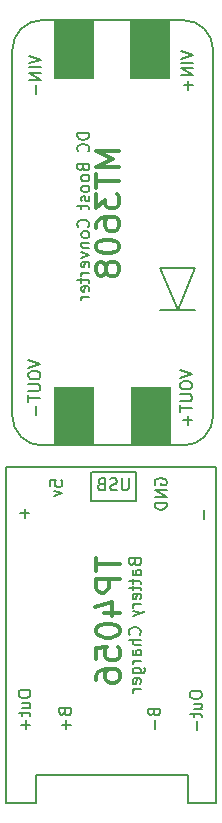
<source format=gbr>
%TF.GenerationSoftware,KiCad,Pcbnew,(7.99.0-200-gad838e3d73)*%
%TF.CreationDate,2024-03-07T11:34:08+07:00*%
%TF.ProjectId,WMS_PCB1,574d535f-5043-4423-912e-6b696361645f,rev?*%
%TF.SameCoordinates,Original*%
%TF.FileFunction,Legend,Bot*%
%TF.FilePolarity,Positive*%
%FSLAX46Y46*%
G04 Gerber Fmt 4.6, Leading zero omitted, Abs format (unit mm)*
G04 Created by KiCad (PCBNEW (7.99.0-200-gad838e3d73)) date 2024-03-07 11:34:08*
%MOMM*%
%LPD*%
G01*
G04 APERTURE LIST*
%ADD10C,0.150000*%
%ADD11C,0.300000*%
%ADD12R,3.500000X5.000000*%
G04 APERTURE END LIST*
D10*
%TO.C,U2*%
X61378180Y-85883037D02*
X60378180Y-85883037D01*
X60378180Y-85883037D02*
X60378180Y-86121132D01*
X60378180Y-86121132D02*
X60425800Y-86263989D01*
X60425800Y-86263989D02*
X60521038Y-86359227D01*
X60521038Y-86359227D02*
X60616276Y-86406846D01*
X60616276Y-86406846D02*
X60806752Y-86454465D01*
X60806752Y-86454465D02*
X60949609Y-86454465D01*
X60949609Y-86454465D02*
X61140085Y-86406846D01*
X61140085Y-86406846D02*
X61235323Y-86359227D01*
X61235323Y-86359227D02*
X61330561Y-86263989D01*
X61330561Y-86263989D02*
X61378180Y-86121132D01*
X61378180Y-86121132D02*
X61378180Y-85883037D01*
X61282942Y-87454465D02*
X61330561Y-87406846D01*
X61330561Y-87406846D02*
X61378180Y-87263989D01*
X61378180Y-87263989D02*
X61378180Y-87168751D01*
X61378180Y-87168751D02*
X61330561Y-87025894D01*
X61330561Y-87025894D02*
X61235323Y-86930656D01*
X61235323Y-86930656D02*
X61140085Y-86883037D01*
X61140085Y-86883037D02*
X60949609Y-86835418D01*
X60949609Y-86835418D02*
X60806752Y-86835418D01*
X60806752Y-86835418D02*
X60616276Y-86883037D01*
X60616276Y-86883037D02*
X60521038Y-86930656D01*
X60521038Y-86930656D02*
X60425800Y-87025894D01*
X60425800Y-87025894D02*
X60378180Y-87168751D01*
X60378180Y-87168751D02*
X60378180Y-87263989D01*
X60378180Y-87263989D02*
X60425800Y-87406846D01*
X60425800Y-87406846D02*
X60473419Y-87454465D01*
X60854371Y-88816370D02*
X60901990Y-88959227D01*
X60901990Y-88959227D02*
X60949609Y-89006846D01*
X60949609Y-89006846D02*
X61044847Y-89054465D01*
X61044847Y-89054465D02*
X61187704Y-89054465D01*
X61187704Y-89054465D02*
X61282942Y-89006846D01*
X61282942Y-89006846D02*
X61330561Y-88959227D01*
X61330561Y-88959227D02*
X61378180Y-88863989D01*
X61378180Y-88863989D02*
X61378180Y-88483037D01*
X61378180Y-88483037D02*
X60378180Y-88483037D01*
X60378180Y-88483037D02*
X60378180Y-88816370D01*
X60378180Y-88816370D02*
X60425800Y-88911608D01*
X60425800Y-88911608D02*
X60473419Y-88959227D01*
X60473419Y-88959227D02*
X60568657Y-89006846D01*
X60568657Y-89006846D02*
X60663895Y-89006846D01*
X60663895Y-89006846D02*
X60759133Y-88959227D01*
X60759133Y-88959227D02*
X60806752Y-88911608D01*
X60806752Y-88911608D02*
X60854371Y-88816370D01*
X60854371Y-88816370D02*
X60854371Y-88483037D01*
X61378180Y-89625894D02*
X61330561Y-89530656D01*
X61330561Y-89530656D02*
X61282942Y-89483037D01*
X61282942Y-89483037D02*
X61187704Y-89435418D01*
X61187704Y-89435418D02*
X60901990Y-89435418D01*
X60901990Y-89435418D02*
X60806752Y-89483037D01*
X60806752Y-89483037D02*
X60759133Y-89530656D01*
X60759133Y-89530656D02*
X60711514Y-89625894D01*
X60711514Y-89625894D02*
X60711514Y-89768751D01*
X60711514Y-89768751D02*
X60759133Y-89863989D01*
X60759133Y-89863989D02*
X60806752Y-89911608D01*
X60806752Y-89911608D02*
X60901990Y-89959227D01*
X60901990Y-89959227D02*
X61187704Y-89959227D01*
X61187704Y-89959227D02*
X61282942Y-89911608D01*
X61282942Y-89911608D02*
X61330561Y-89863989D01*
X61330561Y-89863989D02*
X61378180Y-89768751D01*
X61378180Y-89768751D02*
X61378180Y-89625894D01*
X61378180Y-90530656D02*
X61330561Y-90435418D01*
X61330561Y-90435418D02*
X61282942Y-90387799D01*
X61282942Y-90387799D02*
X61187704Y-90340180D01*
X61187704Y-90340180D02*
X60901990Y-90340180D01*
X60901990Y-90340180D02*
X60806752Y-90387799D01*
X60806752Y-90387799D02*
X60759133Y-90435418D01*
X60759133Y-90435418D02*
X60711514Y-90530656D01*
X60711514Y-90530656D02*
X60711514Y-90673513D01*
X60711514Y-90673513D02*
X60759133Y-90768751D01*
X60759133Y-90768751D02*
X60806752Y-90816370D01*
X60806752Y-90816370D02*
X60901990Y-90863989D01*
X60901990Y-90863989D02*
X61187704Y-90863989D01*
X61187704Y-90863989D02*
X61282942Y-90816370D01*
X61282942Y-90816370D02*
X61330561Y-90768751D01*
X61330561Y-90768751D02*
X61378180Y-90673513D01*
X61378180Y-90673513D02*
X61378180Y-90530656D01*
X61330561Y-91244942D02*
X61378180Y-91340180D01*
X61378180Y-91340180D02*
X61378180Y-91530656D01*
X61378180Y-91530656D02*
X61330561Y-91625894D01*
X61330561Y-91625894D02*
X61235323Y-91673513D01*
X61235323Y-91673513D02*
X61187704Y-91673513D01*
X61187704Y-91673513D02*
X61092466Y-91625894D01*
X61092466Y-91625894D02*
X61044847Y-91530656D01*
X61044847Y-91530656D02*
X61044847Y-91387799D01*
X61044847Y-91387799D02*
X60997228Y-91292561D01*
X60997228Y-91292561D02*
X60901990Y-91244942D01*
X60901990Y-91244942D02*
X60854371Y-91244942D01*
X60854371Y-91244942D02*
X60759133Y-91292561D01*
X60759133Y-91292561D02*
X60711514Y-91387799D01*
X60711514Y-91387799D02*
X60711514Y-91530656D01*
X60711514Y-91530656D02*
X60759133Y-91625894D01*
X60711514Y-91959228D02*
X60711514Y-92340180D01*
X60378180Y-92102085D02*
X61235323Y-92102085D01*
X61235323Y-92102085D02*
X61330561Y-92149704D01*
X61330561Y-92149704D02*
X61378180Y-92244942D01*
X61378180Y-92244942D02*
X61378180Y-92340180D01*
X61282942Y-93844942D02*
X61330561Y-93797323D01*
X61330561Y-93797323D02*
X61378180Y-93654466D01*
X61378180Y-93654466D02*
X61378180Y-93559228D01*
X61378180Y-93559228D02*
X61330561Y-93416371D01*
X61330561Y-93416371D02*
X61235323Y-93321133D01*
X61235323Y-93321133D02*
X61140085Y-93273514D01*
X61140085Y-93273514D02*
X60949609Y-93225895D01*
X60949609Y-93225895D02*
X60806752Y-93225895D01*
X60806752Y-93225895D02*
X60616276Y-93273514D01*
X60616276Y-93273514D02*
X60521038Y-93321133D01*
X60521038Y-93321133D02*
X60425800Y-93416371D01*
X60425800Y-93416371D02*
X60378180Y-93559228D01*
X60378180Y-93559228D02*
X60378180Y-93654466D01*
X60378180Y-93654466D02*
X60425800Y-93797323D01*
X60425800Y-93797323D02*
X60473419Y-93844942D01*
X61378180Y-94416371D02*
X61330561Y-94321133D01*
X61330561Y-94321133D02*
X61282942Y-94273514D01*
X61282942Y-94273514D02*
X61187704Y-94225895D01*
X61187704Y-94225895D02*
X60901990Y-94225895D01*
X60901990Y-94225895D02*
X60806752Y-94273514D01*
X60806752Y-94273514D02*
X60759133Y-94321133D01*
X60759133Y-94321133D02*
X60711514Y-94416371D01*
X60711514Y-94416371D02*
X60711514Y-94559228D01*
X60711514Y-94559228D02*
X60759133Y-94654466D01*
X60759133Y-94654466D02*
X60806752Y-94702085D01*
X60806752Y-94702085D02*
X60901990Y-94749704D01*
X60901990Y-94749704D02*
X61187704Y-94749704D01*
X61187704Y-94749704D02*
X61282942Y-94702085D01*
X61282942Y-94702085D02*
X61330561Y-94654466D01*
X61330561Y-94654466D02*
X61378180Y-94559228D01*
X61378180Y-94559228D02*
X61378180Y-94416371D01*
X60711514Y-95178276D02*
X61378180Y-95178276D01*
X60806752Y-95178276D02*
X60759133Y-95225895D01*
X60759133Y-95225895D02*
X60711514Y-95321133D01*
X60711514Y-95321133D02*
X60711514Y-95463990D01*
X60711514Y-95463990D02*
X60759133Y-95559228D01*
X60759133Y-95559228D02*
X60854371Y-95606847D01*
X60854371Y-95606847D02*
X61378180Y-95606847D01*
X60711514Y-95987800D02*
X61378180Y-96225895D01*
X61378180Y-96225895D02*
X60711514Y-96463990D01*
X61330561Y-97225895D02*
X61378180Y-97130657D01*
X61378180Y-97130657D02*
X61378180Y-96940181D01*
X61378180Y-96940181D02*
X61330561Y-96844943D01*
X61330561Y-96844943D02*
X61235323Y-96797324D01*
X61235323Y-96797324D02*
X60854371Y-96797324D01*
X60854371Y-96797324D02*
X60759133Y-96844943D01*
X60759133Y-96844943D02*
X60711514Y-96940181D01*
X60711514Y-96940181D02*
X60711514Y-97130657D01*
X60711514Y-97130657D02*
X60759133Y-97225895D01*
X60759133Y-97225895D02*
X60854371Y-97273514D01*
X60854371Y-97273514D02*
X60949609Y-97273514D01*
X60949609Y-97273514D02*
X61044847Y-96797324D01*
X61378180Y-97702086D02*
X60711514Y-97702086D01*
X60901990Y-97702086D02*
X60806752Y-97749705D01*
X60806752Y-97749705D02*
X60759133Y-97797324D01*
X60759133Y-97797324D02*
X60711514Y-97892562D01*
X60711514Y-97892562D02*
X60711514Y-97987800D01*
X60711514Y-98178277D02*
X60711514Y-98559229D01*
X60378180Y-98321134D02*
X61235323Y-98321134D01*
X61235323Y-98321134D02*
X61330561Y-98368753D01*
X61330561Y-98368753D02*
X61378180Y-98463991D01*
X61378180Y-98463991D02*
X61378180Y-98559229D01*
X61330561Y-99273515D02*
X61378180Y-99178277D01*
X61378180Y-99178277D02*
X61378180Y-98987801D01*
X61378180Y-98987801D02*
X61330561Y-98892563D01*
X61330561Y-98892563D02*
X61235323Y-98844944D01*
X61235323Y-98844944D02*
X60854371Y-98844944D01*
X60854371Y-98844944D02*
X60759133Y-98892563D01*
X60759133Y-98892563D02*
X60711514Y-98987801D01*
X60711514Y-98987801D02*
X60711514Y-99178277D01*
X60711514Y-99178277D02*
X60759133Y-99273515D01*
X60759133Y-99273515D02*
X60854371Y-99321134D01*
X60854371Y-99321134D02*
X60949609Y-99321134D01*
X60949609Y-99321134D02*
X61044847Y-98844944D01*
X61378180Y-99749706D02*
X60711514Y-99749706D01*
X60901990Y-99749706D02*
X60806752Y-99797325D01*
X60806752Y-99797325D02*
X60759133Y-99844944D01*
X60759133Y-99844944D02*
X60711514Y-99940182D01*
X60711514Y-99940182D02*
X60711514Y-100035420D01*
X56240380Y-105111848D02*
X57240380Y-105445181D01*
X57240380Y-105445181D02*
X56240380Y-105778514D01*
X56240380Y-106302324D02*
X56240380Y-106492800D01*
X56240380Y-106492800D02*
X56288000Y-106588038D01*
X56288000Y-106588038D02*
X56383238Y-106683276D01*
X56383238Y-106683276D02*
X56573714Y-106730895D01*
X56573714Y-106730895D02*
X56907047Y-106730895D01*
X56907047Y-106730895D02*
X57097523Y-106683276D01*
X57097523Y-106683276D02*
X57192761Y-106588038D01*
X57192761Y-106588038D02*
X57240380Y-106492800D01*
X57240380Y-106492800D02*
X57240380Y-106302324D01*
X57240380Y-106302324D02*
X57192761Y-106207086D01*
X57192761Y-106207086D02*
X57097523Y-106111848D01*
X57097523Y-106111848D02*
X56907047Y-106064229D01*
X56907047Y-106064229D02*
X56573714Y-106064229D01*
X56573714Y-106064229D02*
X56383238Y-106111848D01*
X56383238Y-106111848D02*
X56288000Y-106207086D01*
X56288000Y-106207086D02*
X56240380Y-106302324D01*
X56240380Y-107159467D02*
X57049904Y-107159467D01*
X57049904Y-107159467D02*
X57145142Y-107207086D01*
X57145142Y-107207086D02*
X57192761Y-107254705D01*
X57192761Y-107254705D02*
X57240380Y-107349943D01*
X57240380Y-107349943D02*
X57240380Y-107540419D01*
X57240380Y-107540419D02*
X57192761Y-107635657D01*
X57192761Y-107635657D02*
X57145142Y-107683276D01*
X57145142Y-107683276D02*
X57049904Y-107730895D01*
X57049904Y-107730895D02*
X56240380Y-107730895D01*
X56240380Y-108064229D02*
X56240380Y-108635657D01*
X57240380Y-108349943D02*
X56240380Y-108349943D01*
X56859428Y-108968991D02*
X56859428Y-109730896D01*
X69090380Y-105975448D02*
X70090380Y-106308781D01*
X70090380Y-106308781D02*
X69090380Y-106642114D01*
X69090380Y-107165924D02*
X69090380Y-107356400D01*
X69090380Y-107356400D02*
X69138000Y-107451638D01*
X69138000Y-107451638D02*
X69233238Y-107546876D01*
X69233238Y-107546876D02*
X69423714Y-107594495D01*
X69423714Y-107594495D02*
X69757047Y-107594495D01*
X69757047Y-107594495D02*
X69947523Y-107546876D01*
X69947523Y-107546876D02*
X70042761Y-107451638D01*
X70042761Y-107451638D02*
X70090380Y-107356400D01*
X70090380Y-107356400D02*
X70090380Y-107165924D01*
X70090380Y-107165924D02*
X70042761Y-107070686D01*
X70042761Y-107070686D02*
X69947523Y-106975448D01*
X69947523Y-106975448D02*
X69757047Y-106927829D01*
X69757047Y-106927829D02*
X69423714Y-106927829D01*
X69423714Y-106927829D02*
X69233238Y-106975448D01*
X69233238Y-106975448D02*
X69138000Y-107070686D01*
X69138000Y-107070686D02*
X69090380Y-107165924D01*
X69090380Y-108023067D02*
X69899904Y-108023067D01*
X69899904Y-108023067D02*
X69995142Y-108070686D01*
X69995142Y-108070686D02*
X70042761Y-108118305D01*
X70042761Y-108118305D02*
X70090380Y-108213543D01*
X70090380Y-108213543D02*
X70090380Y-108404019D01*
X70090380Y-108404019D02*
X70042761Y-108499257D01*
X70042761Y-108499257D02*
X69995142Y-108546876D01*
X69995142Y-108546876D02*
X69899904Y-108594495D01*
X69899904Y-108594495D02*
X69090380Y-108594495D01*
X69090380Y-108927829D02*
X69090380Y-109499257D01*
X70090380Y-109213543D02*
X69090380Y-109213543D01*
X69709428Y-109832591D02*
X69709428Y-110594496D01*
X70090380Y-110213543D02*
X69328476Y-110213543D01*
X56288780Y-79337115D02*
X57288780Y-79670448D01*
X57288780Y-79670448D02*
X56288780Y-80003781D01*
X57288780Y-80337115D02*
X56288780Y-80337115D01*
X57288780Y-80813305D02*
X56288780Y-80813305D01*
X56288780Y-80813305D02*
X57288780Y-81384733D01*
X57288780Y-81384733D02*
X56288780Y-81384733D01*
X56907828Y-81860924D02*
X56907828Y-82622829D01*
D11*
X63929961Y-87395704D02*
X61929961Y-87395704D01*
X61929961Y-87395704D02*
X63358533Y-88062371D01*
X63358533Y-88062371D02*
X61929961Y-88729037D01*
X61929961Y-88729037D02*
X63929961Y-88729037D01*
X61929961Y-89395704D02*
X61929961Y-90538561D01*
X63929961Y-89967132D02*
X61929961Y-89967132D01*
X61929961Y-91014752D02*
X61929961Y-92252847D01*
X61929961Y-92252847D02*
X62691866Y-91586180D01*
X62691866Y-91586180D02*
X62691866Y-91871895D01*
X62691866Y-91871895D02*
X62787104Y-92062371D01*
X62787104Y-92062371D02*
X62882342Y-92157609D01*
X62882342Y-92157609D02*
X63072819Y-92252847D01*
X63072819Y-92252847D02*
X63549009Y-92252847D01*
X63549009Y-92252847D02*
X63739485Y-92157609D01*
X63739485Y-92157609D02*
X63834723Y-92062371D01*
X63834723Y-92062371D02*
X63929961Y-91871895D01*
X63929961Y-91871895D02*
X63929961Y-91300466D01*
X63929961Y-91300466D02*
X63834723Y-91109990D01*
X63834723Y-91109990D02*
X63739485Y-91014752D01*
X61929961Y-93967133D02*
X61929961Y-93586180D01*
X61929961Y-93586180D02*
X62025200Y-93395704D01*
X62025200Y-93395704D02*
X62120438Y-93300466D01*
X62120438Y-93300466D02*
X62406152Y-93109990D01*
X62406152Y-93109990D02*
X62787104Y-93014752D01*
X62787104Y-93014752D02*
X63549009Y-93014752D01*
X63549009Y-93014752D02*
X63739485Y-93109990D01*
X63739485Y-93109990D02*
X63834723Y-93205228D01*
X63834723Y-93205228D02*
X63929961Y-93395704D01*
X63929961Y-93395704D02*
X63929961Y-93776657D01*
X63929961Y-93776657D02*
X63834723Y-93967133D01*
X63834723Y-93967133D02*
X63739485Y-94062371D01*
X63739485Y-94062371D02*
X63549009Y-94157609D01*
X63549009Y-94157609D02*
X63072819Y-94157609D01*
X63072819Y-94157609D02*
X62882342Y-94062371D01*
X62882342Y-94062371D02*
X62787104Y-93967133D01*
X62787104Y-93967133D02*
X62691866Y-93776657D01*
X62691866Y-93776657D02*
X62691866Y-93395704D01*
X62691866Y-93395704D02*
X62787104Y-93205228D01*
X62787104Y-93205228D02*
X62882342Y-93109990D01*
X62882342Y-93109990D02*
X63072819Y-93014752D01*
X61929961Y-95395704D02*
X61929961Y-95586181D01*
X61929961Y-95586181D02*
X62025200Y-95776657D01*
X62025200Y-95776657D02*
X62120438Y-95871895D01*
X62120438Y-95871895D02*
X62310914Y-95967133D01*
X62310914Y-95967133D02*
X62691866Y-96062371D01*
X62691866Y-96062371D02*
X63168057Y-96062371D01*
X63168057Y-96062371D02*
X63549009Y-95967133D01*
X63549009Y-95967133D02*
X63739485Y-95871895D01*
X63739485Y-95871895D02*
X63834723Y-95776657D01*
X63834723Y-95776657D02*
X63929961Y-95586181D01*
X63929961Y-95586181D02*
X63929961Y-95395704D01*
X63929961Y-95395704D02*
X63834723Y-95205228D01*
X63834723Y-95205228D02*
X63739485Y-95109990D01*
X63739485Y-95109990D02*
X63549009Y-95014752D01*
X63549009Y-95014752D02*
X63168057Y-94919514D01*
X63168057Y-94919514D02*
X62691866Y-94919514D01*
X62691866Y-94919514D02*
X62310914Y-95014752D01*
X62310914Y-95014752D02*
X62120438Y-95109990D01*
X62120438Y-95109990D02*
X62025200Y-95205228D01*
X62025200Y-95205228D02*
X61929961Y-95395704D01*
X62787104Y-97205228D02*
X62691866Y-97014752D01*
X62691866Y-97014752D02*
X62596628Y-96919514D01*
X62596628Y-96919514D02*
X62406152Y-96824276D01*
X62406152Y-96824276D02*
X62310914Y-96824276D01*
X62310914Y-96824276D02*
X62120438Y-96919514D01*
X62120438Y-96919514D02*
X62025200Y-97014752D01*
X62025200Y-97014752D02*
X61929961Y-97205228D01*
X61929961Y-97205228D02*
X61929961Y-97586181D01*
X61929961Y-97586181D02*
X62025200Y-97776657D01*
X62025200Y-97776657D02*
X62120438Y-97871895D01*
X62120438Y-97871895D02*
X62310914Y-97967133D01*
X62310914Y-97967133D02*
X62406152Y-97967133D01*
X62406152Y-97967133D02*
X62596628Y-97871895D01*
X62596628Y-97871895D02*
X62691866Y-97776657D01*
X62691866Y-97776657D02*
X62787104Y-97586181D01*
X62787104Y-97586181D02*
X62787104Y-97205228D01*
X62787104Y-97205228D02*
X62882342Y-97014752D01*
X62882342Y-97014752D02*
X62977580Y-96919514D01*
X62977580Y-96919514D02*
X63168057Y-96824276D01*
X63168057Y-96824276D02*
X63549009Y-96824276D01*
X63549009Y-96824276D02*
X63739485Y-96919514D01*
X63739485Y-96919514D02*
X63834723Y-97014752D01*
X63834723Y-97014752D02*
X63929961Y-97205228D01*
X63929961Y-97205228D02*
X63929961Y-97586181D01*
X63929961Y-97586181D02*
X63834723Y-97776657D01*
X63834723Y-97776657D02*
X63739485Y-97871895D01*
X63739485Y-97871895D02*
X63549009Y-97967133D01*
X63549009Y-97967133D02*
X63168057Y-97967133D01*
X63168057Y-97967133D02*
X62977580Y-97871895D01*
X62977580Y-97871895D02*
X62882342Y-97776657D01*
X62882342Y-97776657D02*
X62787104Y-97586181D01*
D10*
X69166580Y-78930715D02*
X70166580Y-79264048D01*
X70166580Y-79264048D02*
X69166580Y-79597381D01*
X70166580Y-79930715D02*
X69166580Y-79930715D01*
X70166580Y-80406905D02*
X69166580Y-80406905D01*
X69166580Y-80406905D02*
X70166580Y-80978333D01*
X70166580Y-80978333D02*
X69166580Y-80978333D01*
X69785628Y-81454524D02*
X69785628Y-82216429D01*
X70166580Y-81835476D02*
X69404676Y-81835476D01*
%TO.C,U3*%
X66848771Y-134961381D02*
X66896390Y-135104238D01*
X66896390Y-135104238D02*
X66944009Y-135151857D01*
X66944009Y-135151857D02*
X67039247Y-135199476D01*
X67039247Y-135199476D02*
X67182104Y-135199476D01*
X67182104Y-135199476D02*
X67277342Y-135151857D01*
X67277342Y-135151857D02*
X67324961Y-135104238D01*
X67324961Y-135104238D02*
X67372580Y-135009000D01*
X67372580Y-135009000D02*
X67372580Y-134628048D01*
X67372580Y-134628048D02*
X66372580Y-134628048D01*
X66372580Y-134628048D02*
X66372580Y-134961381D01*
X66372580Y-134961381D02*
X66420200Y-135056619D01*
X66420200Y-135056619D02*
X66467819Y-135104238D01*
X66467819Y-135104238D02*
X66563057Y-135151857D01*
X66563057Y-135151857D02*
X66658295Y-135151857D01*
X66658295Y-135151857D02*
X66753533Y-135104238D01*
X66753533Y-135104238D02*
X66801152Y-135056619D01*
X66801152Y-135056619D02*
X66848771Y-134961381D01*
X66848771Y-134961381D02*
X66848771Y-134628048D01*
X66991628Y-135628048D02*
X66991628Y-136389953D01*
X59299571Y-134935981D02*
X59347190Y-135078838D01*
X59347190Y-135078838D02*
X59394809Y-135126457D01*
X59394809Y-135126457D02*
X59490047Y-135174076D01*
X59490047Y-135174076D02*
X59632904Y-135174076D01*
X59632904Y-135174076D02*
X59728142Y-135126457D01*
X59728142Y-135126457D02*
X59775761Y-135078838D01*
X59775761Y-135078838D02*
X59823380Y-134983600D01*
X59823380Y-134983600D02*
X59823380Y-134602648D01*
X59823380Y-134602648D02*
X58823380Y-134602648D01*
X58823380Y-134602648D02*
X58823380Y-134935981D01*
X58823380Y-134935981D02*
X58871000Y-135031219D01*
X58871000Y-135031219D02*
X58918619Y-135078838D01*
X58918619Y-135078838D02*
X59013857Y-135126457D01*
X59013857Y-135126457D02*
X59109095Y-135126457D01*
X59109095Y-135126457D02*
X59204333Y-135078838D01*
X59204333Y-135078838D02*
X59251952Y-135031219D01*
X59251952Y-135031219D02*
X59299571Y-134935981D01*
X59299571Y-134935981D02*
X59299571Y-134602648D01*
X59442428Y-135602648D02*
X59442428Y-136364553D01*
X59823380Y-135983600D02*
X59061476Y-135983600D01*
X65223171Y-122231808D02*
X65270790Y-122374665D01*
X65270790Y-122374665D02*
X65318409Y-122422284D01*
X65318409Y-122422284D02*
X65413647Y-122469903D01*
X65413647Y-122469903D02*
X65556504Y-122469903D01*
X65556504Y-122469903D02*
X65651742Y-122422284D01*
X65651742Y-122422284D02*
X65699361Y-122374665D01*
X65699361Y-122374665D02*
X65746980Y-122279427D01*
X65746980Y-122279427D02*
X65746980Y-121898475D01*
X65746980Y-121898475D02*
X64746980Y-121898475D01*
X64746980Y-121898475D02*
X64746980Y-122231808D01*
X64746980Y-122231808D02*
X64794600Y-122327046D01*
X64794600Y-122327046D02*
X64842219Y-122374665D01*
X64842219Y-122374665D02*
X64937457Y-122422284D01*
X64937457Y-122422284D02*
X65032695Y-122422284D01*
X65032695Y-122422284D02*
X65127933Y-122374665D01*
X65127933Y-122374665D02*
X65175552Y-122327046D01*
X65175552Y-122327046D02*
X65223171Y-122231808D01*
X65223171Y-122231808D02*
X65223171Y-121898475D01*
X65746980Y-123327046D02*
X65223171Y-123327046D01*
X65223171Y-123327046D02*
X65127933Y-123279427D01*
X65127933Y-123279427D02*
X65080314Y-123184189D01*
X65080314Y-123184189D02*
X65080314Y-122993713D01*
X65080314Y-122993713D02*
X65127933Y-122898475D01*
X65699361Y-123327046D02*
X65746980Y-123231808D01*
X65746980Y-123231808D02*
X65746980Y-122993713D01*
X65746980Y-122993713D02*
X65699361Y-122898475D01*
X65699361Y-122898475D02*
X65604123Y-122850856D01*
X65604123Y-122850856D02*
X65508885Y-122850856D01*
X65508885Y-122850856D02*
X65413647Y-122898475D01*
X65413647Y-122898475D02*
X65366028Y-122993713D01*
X65366028Y-122993713D02*
X65366028Y-123231808D01*
X65366028Y-123231808D02*
X65318409Y-123327046D01*
X65080314Y-123660380D02*
X65080314Y-124041332D01*
X64746980Y-123803237D02*
X65604123Y-123803237D01*
X65604123Y-123803237D02*
X65699361Y-123850856D01*
X65699361Y-123850856D02*
X65746980Y-123946094D01*
X65746980Y-123946094D02*
X65746980Y-124041332D01*
X65080314Y-124231809D02*
X65080314Y-124612761D01*
X64746980Y-124374666D02*
X65604123Y-124374666D01*
X65604123Y-124374666D02*
X65699361Y-124422285D01*
X65699361Y-124422285D02*
X65746980Y-124517523D01*
X65746980Y-124517523D02*
X65746980Y-124612761D01*
X65699361Y-125327047D02*
X65746980Y-125231809D01*
X65746980Y-125231809D02*
X65746980Y-125041333D01*
X65746980Y-125041333D02*
X65699361Y-124946095D01*
X65699361Y-124946095D02*
X65604123Y-124898476D01*
X65604123Y-124898476D02*
X65223171Y-124898476D01*
X65223171Y-124898476D02*
X65127933Y-124946095D01*
X65127933Y-124946095D02*
X65080314Y-125041333D01*
X65080314Y-125041333D02*
X65080314Y-125231809D01*
X65080314Y-125231809D02*
X65127933Y-125327047D01*
X65127933Y-125327047D02*
X65223171Y-125374666D01*
X65223171Y-125374666D02*
X65318409Y-125374666D01*
X65318409Y-125374666D02*
X65413647Y-124898476D01*
X65746980Y-125803238D02*
X65080314Y-125803238D01*
X65270790Y-125803238D02*
X65175552Y-125850857D01*
X65175552Y-125850857D02*
X65127933Y-125898476D01*
X65127933Y-125898476D02*
X65080314Y-125993714D01*
X65080314Y-125993714D02*
X65080314Y-126088952D01*
X65080314Y-126327048D02*
X65746980Y-126565143D01*
X65080314Y-126803238D02*
X65746980Y-126565143D01*
X65746980Y-126565143D02*
X65985076Y-126469905D01*
X65985076Y-126469905D02*
X66032695Y-126422286D01*
X66032695Y-126422286D02*
X66080314Y-126327048D01*
X65651742Y-128355619D02*
X65699361Y-128308000D01*
X65699361Y-128308000D02*
X65746980Y-128165143D01*
X65746980Y-128165143D02*
X65746980Y-128069905D01*
X65746980Y-128069905D02*
X65699361Y-127927048D01*
X65699361Y-127927048D02*
X65604123Y-127831810D01*
X65604123Y-127831810D02*
X65508885Y-127784191D01*
X65508885Y-127784191D02*
X65318409Y-127736572D01*
X65318409Y-127736572D02*
X65175552Y-127736572D01*
X65175552Y-127736572D02*
X64985076Y-127784191D01*
X64985076Y-127784191D02*
X64889838Y-127831810D01*
X64889838Y-127831810D02*
X64794600Y-127927048D01*
X64794600Y-127927048D02*
X64746980Y-128069905D01*
X64746980Y-128069905D02*
X64746980Y-128165143D01*
X64746980Y-128165143D02*
X64794600Y-128308000D01*
X64794600Y-128308000D02*
X64842219Y-128355619D01*
X65746980Y-128784191D02*
X64746980Y-128784191D01*
X65746980Y-129212762D02*
X65223171Y-129212762D01*
X65223171Y-129212762D02*
X65127933Y-129165143D01*
X65127933Y-129165143D02*
X65080314Y-129069905D01*
X65080314Y-129069905D02*
X65080314Y-128927048D01*
X65080314Y-128927048D02*
X65127933Y-128831810D01*
X65127933Y-128831810D02*
X65175552Y-128784191D01*
X65746980Y-130117524D02*
X65223171Y-130117524D01*
X65223171Y-130117524D02*
X65127933Y-130069905D01*
X65127933Y-130069905D02*
X65080314Y-129974667D01*
X65080314Y-129974667D02*
X65080314Y-129784191D01*
X65080314Y-129784191D02*
X65127933Y-129688953D01*
X65699361Y-130117524D02*
X65746980Y-130022286D01*
X65746980Y-130022286D02*
X65746980Y-129784191D01*
X65746980Y-129784191D02*
X65699361Y-129688953D01*
X65699361Y-129688953D02*
X65604123Y-129641334D01*
X65604123Y-129641334D02*
X65508885Y-129641334D01*
X65508885Y-129641334D02*
X65413647Y-129688953D01*
X65413647Y-129688953D02*
X65366028Y-129784191D01*
X65366028Y-129784191D02*
X65366028Y-130022286D01*
X65366028Y-130022286D02*
X65318409Y-130117524D01*
X65746980Y-130593715D02*
X65080314Y-130593715D01*
X65270790Y-130593715D02*
X65175552Y-130641334D01*
X65175552Y-130641334D02*
X65127933Y-130688953D01*
X65127933Y-130688953D02*
X65080314Y-130784191D01*
X65080314Y-130784191D02*
X65080314Y-130879429D01*
X65080314Y-131641334D02*
X65889838Y-131641334D01*
X65889838Y-131641334D02*
X65985076Y-131593715D01*
X65985076Y-131593715D02*
X66032695Y-131546096D01*
X66032695Y-131546096D02*
X66080314Y-131450858D01*
X66080314Y-131450858D02*
X66080314Y-131308001D01*
X66080314Y-131308001D02*
X66032695Y-131212763D01*
X65699361Y-131641334D02*
X65746980Y-131546096D01*
X65746980Y-131546096D02*
X65746980Y-131355620D01*
X65746980Y-131355620D02*
X65699361Y-131260382D01*
X65699361Y-131260382D02*
X65651742Y-131212763D01*
X65651742Y-131212763D02*
X65556504Y-131165144D01*
X65556504Y-131165144D02*
X65270790Y-131165144D01*
X65270790Y-131165144D02*
X65175552Y-131212763D01*
X65175552Y-131212763D02*
X65127933Y-131260382D01*
X65127933Y-131260382D02*
X65080314Y-131355620D01*
X65080314Y-131355620D02*
X65080314Y-131546096D01*
X65080314Y-131546096D02*
X65127933Y-131641334D01*
X65699361Y-132498477D02*
X65746980Y-132403239D01*
X65746980Y-132403239D02*
X65746980Y-132212763D01*
X65746980Y-132212763D02*
X65699361Y-132117525D01*
X65699361Y-132117525D02*
X65604123Y-132069906D01*
X65604123Y-132069906D02*
X65223171Y-132069906D01*
X65223171Y-132069906D02*
X65127933Y-132117525D01*
X65127933Y-132117525D02*
X65080314Y-132212763D01*
X65080314Y-132212763D02*
X65080314Y-132403239D01*
X65080314Y-132403239D02*
X65127933Y-132498477D01*
X65127933Y-132498477D02*
X65223171Y-132546096D01*
X65223171Y-132546096D02*
X65318409Y-132546096D01*
X65318409Y-132546096D02*
X65413647Y-132069906D01*
X65746980Y-132974668D02*
X65080314Y-132974668D01*
X65270790Y-132974668D02*
X65175552Y-133022287D01*
X65175552Y-133022287D02*
X65127933Y-133069906D01*
X65127933Y-133069906D02*
X65080314Y-133165144D01*
X65080314Y-133165144D02*
X65080314Y-133260382D01*
X55942428Y-117692048D02*
X55942428Y-118453953D01*
X56323380Y-118073000D02*
X55561476Y-118073000D01*
X55399780Y-133269219D02*
X55399780Y-133459695D01*
X55399780Y-133459695D02*
X55447400Y-133554933D01*
X55447400Y-133554933D02*
X55542638Y-133650171D01*
X55542638Y-133650171D02*
X55733114Y-133697790D01*
X55733114Y-133697790D02*
X56066447Y-133697790D01*
X56066447Y-133697790D02*
X56256923Y-133650171D01*
X56256923Y-133650171D02*
X56352161Y-133554933D01*
X56352161Y-133554933D02*
X56399780Y-133459695D01*
X56399780Y-133459695D02*
X56399780Y-133269219D01*
X56399780Y-133269219D02*
X56352161Y-133173981D01*
X56352161Y-133173981D02*
X56256923Y-133078743D01*
X56256923Y-133078743D02*
X56066447Y-133031124D01*
X56066447Y-133031124D02*
X55733114Y-133031124D01*
X55733114Y-133031124D02*
X55542638Y-133078743D01*
X55542638Y-133078743D02*
X55447400Y-133173981D01*
X55447400Y-133173981D02*
X55399780Y-133269219D01*
X55733114Y-134554933D02*
X56399780Y-134554933D01*
X55733114Y-134126362D02*
X56256923Y-134126362D01*
X56256923Y-134126362D02*
X56352161Y-134173981D01*
X56352161Y-134173981D02*
X56399780Y-134269219D01*
X56399780Y-134269219D02*
X56399780Y-134412076D01*
X56399780Y-134412076D02*
X56352161Y-134507314D01*
X56352161Y-134507314D02*
X56304542Y-134554933D01*
X55733114Y-134888267D02*
X55733114Y-135269219D01*
X55399780Y-135031124D02*
X56256923Y-135031124D01*
X56256923Y-135031124D02*
X56352161Y-135078743D01*
X56352161Y-135078743D02*
X56399780Y-135173981D01*
X56399780Y-135173981D02*
X56399780Y-135269219D01*
X56018828Y-135602553D02*
X56018828Y-136364458D01*
X56399780Y-135983505D02*
X55637876Y-135983505D01*
X69903180Y-133345419D02*
X69903180Y-133535895D01*
X69903180Y-133535895D02*
X69950800Y-133631133D01*
X69950800Y-133631133D02*
X70046038Y-133726371D01*
X70046038Y-133726371D02*
X70236514Y-133773990D01*
X70236514Y-133773990D02*
X70569847Y-133773990D01*
X70569847Y-133773990D02*
X70760323Y-133726371D01*
X70760323Y-133726371D02*
X70855561Y-133631133D01*
X70855561Y-133631133D02*
X70903180Y-133535895D01*
X70903180Y-133535895D02*
X70903180Y-133345419D01*
X70903180Y-133345419D02*
X70855561Y-133250181D01*
X70855561Y-133250181D02*
X70760323Y-133154943D01*
X70760323Y-133154943D02*
X70569847Y-133107324D01*
X70569847Y-133107324D02*
X70236514Y-133107324D01*
X70236514Y-133107324D02*
X70046038Y-133154943D01*
X70046038Y-133154943D02*
X69950800Y-133250181D01*
X69950800Y-133250181D02*
X69903180Y-133345419D01*
X70236514Y-134631133D02*
X70903180Y-134631133D01*
X70236514Y-134202562D02*
X70760323Y-134202562D01*
X70760323Y-134202562D02*
X70855561Y-134250181D01*
X70855561Y-134250181D02*
X70903180Y-134345419D01*
X70903180Y-134345419D02*
X70903180Y-134488276D01*
X70903180Y-134488276D02*
X70855561Y-134583514D01*
X70855561Y-134583514D02*
X70807942Y-134631133D01*
X70236514Y-134964467D02*
X70236514Y-135345419D01*
X69903180Y-135107324D02*
X70760323Y-135107324D01*
X70760323Y-135107324D02*
X70855561Y-135154943D01*
X70855561Y-135154943D02*
X70903180Y-135250181D01*
X70903180Y-135250181D02*
X70903180Y-135345419D01*
X70522228Y-135678753D02*
X70522228Y-136440658D01*
X64717904Y-115140380D02*
X64717904Y-115949904D01*
X64717904Y-115949904D02*
X64670285Y-116045142D01*
X64670285Y-116045142D02*
X64622666Y-116092761D01*
X64622666Y-116092761D02*
X64527428Y-116140380D01*
X64527428Y-116140380D02*
X64336952Y-116140380D01*
X64336952Y-116140380D02*
X64241714Y-116092761D01*
X64241714Y-116092761D02*
X64194095Y-116045142D01*
X64194095Y-116045142D02*
X64146476Y-115949904D01*
X64146476Y-115949904D02*
X64146476Y-115140380D01*
X63717904Y-116092761D02*
X63575047Y-116140380D01*
X63575047Y-116140380D02*
X63336952Y-116140380D01*
X63336952Y-116140380D02*
X63241714Y-116092761D01*
X63241714Y-116092761D02*
X63194095Y-116045142D01*
X63194095Y-116045142D02*
X63146476Y-115949904D01*
X63146476Y-115949904D02*
X63146476Y-115854666D01*
X63146476Y-115854666D02*
X63194095Y-115759428D01*
X63194095Y-115759428D02*
X63241714Y-115711809D01*
X63241714Y-115711809D02*
X63336952Y-115664190D01*
X63336952Y-115664190D02*
X63527428Y-115616571D01*
X63527428Y-115616571D02*
X63622666Y-115568952D01*
X63622666Y-115568952D02*
X63670285Y-115521333D01*
X63670285Y-115521333D02*
X63717904Y-115426095D01*
X63717904Y-115426095D02*
X63717904Y-115330857D01*
X63717904Y-115330857D02*
X63670285Y-115235619D01*
X63670285Y-115235619D02*
X63622666Y-115188000D01*
X63622666Y-115188000D02*
X63527428Y-115140380D01*
X63527428Y-115140380D02*
X63289333Y-115140380D01*
X63289333Y-115140380D02*
X63146476Y-115188000D01*
X62384571Y-115616571D02*
X62241714Y-115664190D01*
X62241714Y-115664190D02*
X62194095Y-115711809D01*
X62194095Y-115711809D02*
X62146476Y-115807047D01*
X62146476Y-115807047D02*
X62146476Y-115949904D01*
X62146476Y-115949904D02*
X62194095Y-116045142D01*
X62194095Y-116045142D02*
X62241714Y-116092761D01*
X62241714Y-116092761D02*
X62336952Y-116140380D01*
X62336952Y-116140380D02*
X62717904Y-116140380D01*
X62717904Y-116140380D02*
X62717904Y-115140380D01*
X62717904Y-115140380D02*
X62384571Y-115140380D01*
X62384571Y-115140380D02*
X62289333Y-115188000D01*
X62289333Y-115188000D02*
X62241714Y-115235619D01*
X62241714Y-115235619D02*
X62194095Y-115330857D01*
X62194095Y-115330857D02*
X62194095Y-115426095D01*
X62194095Y-115426095D02*
X62241714Y-115521333D01*
X62241714Y-115521333D02*
X62289333Y-115568952D01*
X62289333Y-115568952D02*
X62384571Y-115616571D01*
X62384571Y-115616571D02*
X62717904Y-115616571D01*
X66979000Y-115671695D02*
X66931380Y-115576457D01*
X66931380Y-115576457D02*
X66931380Y-115433600D01*
X66931380Y-115433600D02*
X66979000Y-115290743D01*
X66979000Y-115290743D02*
X67074238Y-115195505D01*
X67074238Y-115195505D02*
X67169476Y-115147886D01*
X67169476Y-115147886D02*
X67359952Y-115100267D01*
X67359952Y-115100267D02*
X67502809Y-115100267D01*
X67502809Y-115100267D02*
X67693285Y-115147886D01*
X67693285Y-115147886D02*
X67788523Y-115195505D01*
X67788523Y-115195505D02*
X67883761Y-115290743D01*
X67883761Y-115290743D02*
X67931380Y-115433600D01*
X67931380Y-115433600D02*
X67931380Y-115528838D01*
X67931380Y-115528838D02*
X67883761Y-115671695D01*
X67883761Y-115671695D02*
X67836142Y-115719314D01*
X67836142Y-115719314D02*
X67502809Y-115719314D01*
X67502809Y-115719314D02*
X67502809Y-115528838D01*
X67931380Y-116147886D02*
X66931380Y-116147886D01*
X66931380Y-116147886D02*
X67931380Y-116719314D01*
X67931380Y-116719314D02*
X66931380Y-116719314D01*
X67931380Y-117195505D02*
X66931380Y-117195505D01*
X66931380Y-117195505D02*
X66931380Y-117433600D01*
X66931380Y-117433600D02*
X66979000Y-117576457D01*
X66979000Y-117576457D02*
X67074238Y-117671695D01*
X67074238Y-117671695D02*
X67169476Y-117719314D01*
X67169476Y-117719314D02*
X67359952Y-117766933D01*
X67359952Y-117766933D02*
X67502809Y-117766933D01*
X67502809Y-117766933D02*
X67693285Y-117719314D01*
X67693285Y-117719314D02*
X67788523Y-117671695D01*
X67788523Y-117671695D02*
X67883761Y-117576457D01*
X67883761Y-117576457D02*
X67931380Y-117433600D01*
X67931380Y-117433600D02*
X67931380Y-117195505D01*
X71142428Y-117792048D02*
X71142428Y-118553953D01*
D11*
X61980761Y-121847647D02*
X61980761Y-122990504D01*
X63980761Y-122419075D02*
X61980761Y-122419075D01*
X63980761Y-123657171D02*
X61980761Y-123657171D01*
X61980761Y-123657171D02*
X61980761Y-124419076D01*
X61980761Y-124419076D02*
X62076000Y-124609552D01*
X62076000Y-124609552D02*
X62171238Y-124704790D01*
X62171238Y-124704790D02*
X62361714Y-124800028D01*
X62361714Y-124800028D02*
X62647428Y-124800028D01*
X62647428Y-124800028D02*
X62837904Y-124704790D01*
X62837904Y-124704790D02*
X62933142Y-124609552D01*
X62933142Y-124609552D02*
X63028380Y-124419076D01*
X63028380Y-124419076D02*
X63028380Y-123657171D01*
X62647428Y-126514314D02*
X63980761Y-126514314D01*
X61885523Y-126038123D02*
X63314095Y-125561933D01*
X63314095Y-125561933D02*
X63314095Y-126800028D01*
X61980761Y-127942885D02*
X61980761Y-128133362D01*
X61980761Y-128133362D02*
X62076000Y-128323838D01*
X62076000Y-128323838D02*
X62171238Y-128419076D01*
X62171238Y-128419076D02*
X62361714Y-128514314D01*
X62361714Y-128514314D02*
X62742666Y-128609552D01*
X62742666Y-128609552D02*
X63218857Y-128609552D01*
X63218857Y-128609552D02*
X63599809Y-128514314D01*
X63599809Y-128514314D02*
X63790285Y-128419076D01*
X63790285Y-128419076D02*
X63885523Y-128323838D01*
X63885523Y-128323838D02*
X63980761Y-128133362D01*
X63980761Y-128133362D02*
X63980761Y-127942885D01*
X63980761Y-127942885D02*
X63885523Y-127752409D01*
X63885523Y-127752409D02*
X63790285Y-127657171D01*
X63790285Y-127657171D02*
X63599809Y-127561933D01*
X63599809Y-127561933D02*
X63218857Y-127466695D01*
X63218857Y-127466695D02*
X62742666Y-127466695D01*
X62742666Y-127466695D02*
X62361714Y-127561933D01*
X62361714Y-127561933D02*
X62171238Y-127657171D01*
X62171238Y-127657171D02*
X62076000Y-127752409D01*
X62076000Y-127752409D02*
X61980761Y-127942885D01*
X61980761Y-130419076D02*
X61980761Y-129466695D01*
X61980761Y-129466695D02*
X62933142Y-129371457D01*
X62933142Y-129371457D02*
X62837904Y-129466695D01*
X62837904Y-129466695D02*
X62742666Y-129657171D01*
X62742666Y-129657171D02*
X62742666Y-130133362D01*
X62742666Y-130133362D02*
X62837904Y-130323838D01*
X62837904Y-130323838D02*
X62933142Y-130419076D01*
X62933142Y-130419076D02*
X63123619Y-130514314D01*
X63123619Y-130514314D02*
X63599809Y-130514314D01*
X63599809Y-130514314D02*
X63790285Y-130419076D01*
X63790285Y-130419076D02*
X63885523Y-130323838D01*
X63885523Y-130323838D02*
X63980761Y-130133362D01*
X63980761Y-130133362D02*
X63980761Y-129657171D01*
X63980761Y-129657171D02*
X63885523Y-129466695D01*
X63885523Y-129466695D02*
X63790285Y-129371457D01*
X61980761Y-132228600D02*
X61980761Y-131847647D01*
X61980761Y-131847647D02*
X62076000Y-131657171D01*
X62076000Y-131657171D02*
X62171238Y-131561933D01*
X62171238Y-131561933D02*
X62456952Y-131371457D01*
X62456952Y-131371457D02*
X62837904Y-131276219D01*
X62837904Y-131276219D02*
X63599809Y-131276219D01*
X63599809Y-131276219D02*
X63790285Y-131371457D01*
X63790285Y-131371457D02*
X63885523Y-131466695D01*
X63885523Y-131466695D02*
X63980761Y-131657171D01*
X63980761Y-131657171D02*
X63980761Y-132038124D01*
X63980761Y-132038124D02*
X63885523Y-132228600D01*
X63885523Y-132228600D02*
X63790285Y-132323838D01*
X63790285Y-132323838D02*
X63599809Y-132419076D01*
X63599809Y-132419076D02*
X63123619Y-132419076D01*
X63123619Y-132419076D02*
X62933142Y-132323838D01*
X62933142Y-132323838D02*
X62837904Y-132228600D01*
X62837904Y-132228600D02*
X62742666Y-132038124D01*
X62742666Y-132038124D02*
X62742666Y-131657171D01*
X62742666Y-131657171D02*
X62837904Y-131466695D01*
X62837904Y-131466695D02*
X62933142Y-131371457D01*
X62933142Y-131371457D02*
X63123619Y-131276219D01*
D10*
X58092180Y-115782742D02*
X58092180Y-115306552D01*
X58092180Y-115306552D02*
X58568371Y-115258933D01*
X58568371Y-115258933D02*
X58520752Y-115306552D01*
X58520752Y-115306552D02*
X58473133Y-115401790D01*
X58473133Y-115401790D02*
X58473133Y-115639885D01*
X58473133Y-115639885D02*
X58520752Y-115735123D01*
X58520752Y-115735123D02*
X58568371Y-115782742D01*
X58568371Y-115782742D02*
X58663609Y-115830361D01*
X58663609Y-115830361D02*
X58901704Y-115830361D01*
X58901704Y-115830361D02*
X58996942Y-115782742D01*
X58996942Y-115782742D02*
X59044561Y-115735123D01*
X59044561Y-115735123D02*
X59092180Y-115639885D01*
X59092180Y-115639885D02*
X59092180Y-115401790D01*
X59092180Y-115401790D02*
X59044561Y-115306552D01*
X59044561Y-115306552D02*
X58996942Y-115258933D01*
X58425514Y-116163695D02*
X59092180Y-116401790D01*
X59092180Y-116401790D02*
X58425514Y-116639885D01*
%TO.C,U2*%
X69373000Y-112337000D02*
X57373000Y-112337000D01*
X54873000Y-109837000D02*
X54873000Y-78837000D01*
X68873000Y-100837000D02*
X70373000Y-97337000D01*
X70373000Y-100837000D02*
X67373000Y-100837000D01*
X67373000Y-97337000D02*
X68873000Y-100837000D01*
X70373000Y-97337000D02*
X67373000Y-97337000D01*
X71873000Y-78837000D02*
X71873000Y-109837000D01*
X57373000Y-76337000D02*
X69373000Y-76337000D01*
X54873000Y-109837000D02*
G75*
G03*
X57373000Y-112337000I2500000J0D01*
G01*
X69373000Y-112337000D02*
G75*
G03*
X71873000Y-109837000I0J2500000D01*
G01*
X57373000Y-76337000D02*
G75*
G03*
X54873000Y-78837000I0J-2500000D01*
G01*
X71873000Y-78837000D02*
G75*
G03*
X69373000Y-76337000I-2500000J0D01*
G01*
%TO.C,U3*%
X72156000Y-114173000D02*
X54356000Y-114173000D01*
X54356000Y-114173000D02*
X54356000Y-140473000D01*
X65356000Y-114573000D02*
X61656000Y-114573000D01*
X61556000Y-114573000D02*
X61556000Y-117073000D01*
X65356000Y-117073000D02*
X65356000Y-114573000D01*
X61556000Y-117073000D02*
X65356000Y-117073000D01*
X69756000Y-140273000D02*
X69756000Y-140573000D01*
X56856000Y-140273000D02*
X69756000Y-140273000D01*
X69756000Y-140473000D02*
X69756000Y-142573000D01*
X54356000Y-140473000D02*
X54356000Y-142573000D01*
X72156000Y-142573000D02*
X72156000Y-114173000D01*
X70056000Y-142573000D02*
X72156000Y-142573000D01*
X69756000Y-142573000D02*
X70056000Y-142573000D01*
X56856000Y-142573000D02*
X56856000Y-140273000D01*
X54356000Y-142573000D02*
X56856000Y-142573000D01*
%TD*%
D12*
%TO.C,U2*%
X66572999Y-78836999D03*
X60122999Y-78836999D03*
X60122999Y-109836999D03*
X66622999Y-109836999D03*
%TD*%
M02*

</source>
